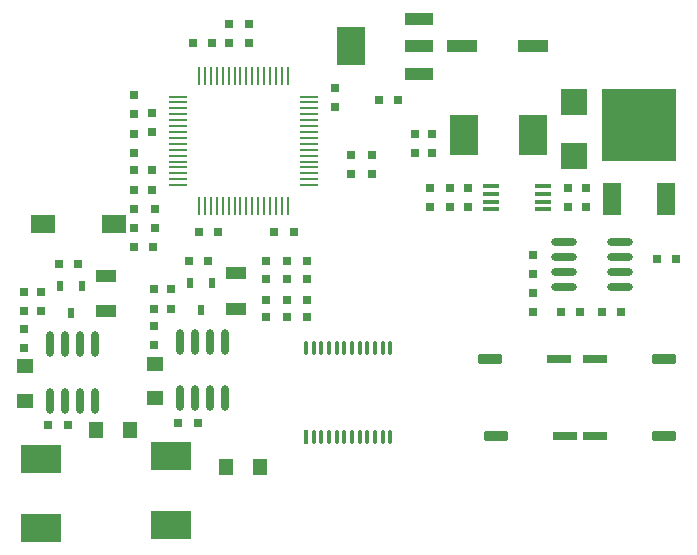
<source format=gtp>
G04 Layer_Color=8421504*
%FSLAX44Y44*%
%MOMM*%
G71*
G01*
G75*
%ADD10R,0.7112X0.7620*%
%ADD11R,0.7620X0.7112*%
%ADD12O,0.2500X1.5500*%
%ADD13O,1.5500X0.2500*%
%ADD14R,2.5000X1.0000*%
%ADD15R,2.4000X1.0000*%
%ADD16R,2.4000X3.3000*%
%ADD17R,2.3000X2.3000*%
%ADD18R,6.3000X6.1000*%
%ADD19R,1.5000X2.8000*%
%ADD20O,2.2000X0.6000*%
%ADD21R,2.1000X0.8000*%
G04:AMPARAMS|DCode=22|XSize=2.1mm|YSize=0.8mm|CornerRadius=0.2mm|HoleSize=0mm|Usage=FLASHONLY|Rotation=0.000|XOffset=0mm|YOffset=0mm|HoleType=Round|Shape=RoundedRectangle|*
%AMROUNDEDRECTD22*
21,1,2.1000,0.4000,0,0,0.0*
21,1,1.7000,0.8000,0,0,0.0*
1,1,0.4000,0.8500,-0.2000*
1,1,0.4000,-0.8500,-0.2000*
1,1,0.4000,-0.8500,0.2000*
1,1,0.4000,0.8500,0.2000*
%
%ADD22ROUNDEDRECTD22*%
%ADD23R,1.4500X0.4500*%
%ADD24R,0.3000X1.2000*%
%ADD25O,0.3000X1.2000*%
%ADD26R,0.8000X0.8000*%
%ADD27R,0.8000X0.8000*%
%ADD28R,1.7000X1.1000*%
%ADD29R,0.6000X0.9000*%
%ADD30O,0.6000X2.2000*%
%ADD31R,1.4000X1.3000*%
%ADD32R,1.3000X1.4000*%
%ADD33R,3.4290X2.4130*%
%ADD34R,2.0000X1.6000*%
%ADD35R,2.4130X3.4290*%
D10*
X147500Y250000D02*
D03*
X163700D02*
D03*
X213700Y422500D02*
D03*
X197500D02*
D03*
X590000Y240000D02*
D03*
X606200D02*
D03*
X508800Y195000D02*
D03*
X525000D02*
D03*
X543800D02*
D03*
X560000D02*
D03*
X371200Y375000D02*
D03*
X355000D02*
D03*
X266300Y262500D02*
D03*
X282500D02*
D03*
X202500D02*
D03*
X218700D02*
D03*
X193950Y238000D02*
D03*
X210150D02*
D03*
X83950Y236000D02*
D03*
X100150D02*
D03*
X201150Y101000D02*
D03*
X184950D02*
D03*
X91150Y99000D02*
D03*
X74950D02*
D03*
D11*
X165000Y266300D02*
D03*
Y282500D02*
D03*
X147500D02*
D03*
Y266300D02*
D03*
X162500Y298800D02*
D03*
Y315000D02*
D03*
X147500Y298800D02*
D03*
Y315000D02*
D03*
X147500Y330000D02*
D03*
Y346200D02*
D03*
X162500Y347500D02*
D03*
Y363700D02*
D03*
X147500Y378700D02*
D03*
Y362500D02*
D03*
X530000Y300000D02*
D03*
Y283800D02*
D03*
X515000D02*
D03*
Y300000D02*
D03*
X485000Y211200D02*
D03*
Y195000D02*
D03*
X485000Y243200D02*
D03*
Y227000D02*
D03*
X400000Y346200D02*
D03*
Y330000D02*
D03*
X385000Y346200D02*
D03*
Y330000D02*
D03*
X317500Y368800D02*
D03*
Y385000D02*
D03*
X430000Y300000D02*
D03*
Y283800D02*
D03*
X415000D02*
D03*
Y300000D02*
D03*
X398000Y300200D02*
D03*
Y284000D02*
D03*
X178950Y198000D02*
D03*
Y214200D02*
D03*
X163950D02*
D03*
Y198000D02*
D03*
Y166800D02*
D03*
Y183000D02*
D03*
X68950Y196000D02*
D03*
Y212200D02*
D03*
X53950D02*
D03*
Y196000D02*
D03*
Y164800D02*
D03*
Y181000D02*
D03*
X227500Y422500D02*
D03*
Y438700D02*
D03*
X245000D02*
D03*
Y422500D02*
D03*
X349000Y312000D02*
D03*
Y328200D02*
D03*
X331500Y312000D02*
D03*
Y328200D02*
D03*
D12*
X202500Y395250D02*
D03*
X207500D02*
D03*
X212500D02*
D03*
X217500D02*
D03*
X222500D02*
D03*
X227500D02*
D03*
X232500D02*
D03*
X237500D02*
D03*
X242500D02*
D03*
X247500D02*
D03*
X252500D02*
D03*
X257500D02*
D03*
X262500D02*
D03*
X267500D02*
D03*
X272500D02*
D03*
X277500D02*
D03*
Y284750D02*
D03*
X272500D02*
D03*
X267500D02*
D03*
X262500D02*
D03*
X257500D02*
D03*
X252500D02*
D03*
X247500D02*
D03*
X242500D02*
D03*
X237500D02*
D03*
X232500D02*
D03*
X227500D02*
D03*
X222500D02*
D03*
X217500D02*
D03*
X212500D02*
D03*
X207500D02*
D03*
X202500D02*
D03*
D13*
X295250Y377500D02*
D03*
Y372500D02*
D03*
Y367500D02*
D03*
Y362500D02*
D03*
Y357500D02*
D03*
Y352500D02*
D03*
Y347500D02*
D03*
Y342500D02*
D03*
Y337500D02*
D03*
Y332500D02*
D03*
Y327500D02*
D03*
Y322500D02*
D03*
Y317500D02*
D03*
Y312500D02*
D03*
Y307500D02*
D03*
Y302500D02*
D03*
X184750D02*
D03*
Y307500D02*
D03*
Y312500D02*
D03*
Y317500D02*
D03*
Y322500D02*
D03*
Y327500D02*
D03*
Y332500D02*
D03*
Y337500D02*
D03*
Y342500D02*
D03*
Y347500D02*
D03*
Y352500D02*
D03*
Y357500D02*
D03*
Y362500D02*
D03*
Y367500D02*
D03*
Y372500D02*
D03*
Y377500D02*
D03*
D14*
X425000Y420000D02*
D03*
X485000D02*
D03*
D15*
X389000Y397000D02*
D03*
Y420000D02*
D03*
Y443000D02*
D03*
D16*
X331000Y420000D02*
D03*
D17*
X520000Y372500D02*
D03*
Y327500D02*
D03*
D18*
X575000Y353000D02*
D03*
D19*
X597800Y290500D02*
D03*
X552200D02*
D03*
D20*
X511000Y254050D02*
D03*
Y241350D02*
D03*
Y228650D02*
D03*
Y215950D02*
D03*
X559000Y254050D02*
D03*
Y241350D02*
D03*
Y228650D02*
D03*
Y215950D02*
D03*
D21*
X538000Y155000D02*
D03*
X512000Y90000D02*
D03*
X538000D02*
D03*
X507000Y155000D02*
D03*
D22*
X596000D02*
D03*
X454000Y90000D02*
D03*
X596000D02*
D03*
X449000Y155000D02*
D03*
D23*
X450000Y301500D02*
D03*
Y295000D02*
D03*
Y288500D02*
D03*
Y282000D02*
D03*
X494000D02*
D03*
Y288500D02*
D03*
Y295000D02*
D03*
Y301500D02*
D03*
D24*
X293000Y89000D02*
D03*
D25*
X299500D02*
D03*
X306000D02*
D03*
X312500D02*
D03*
X319000D02*
D03*
X325500D02*
D03*
X332000D02*
D03*
X338500D02*
D03*
X345000D02*
D03*
X351500D02*
D03*
X358000D02*
D03*
X364500D02*
D03*
X293000Y165000D02*
D03*
X299500D02*
D03*
X306000D02*
D03*
X312500D02*
D03*
X319000D02*
D03*
X325500D02*
D03*
X332000D02*
D03*
X338500D02*
D03*
X345000D02*
D03*
X351500D02*
D03*
X358000D02*
D03*
X364500D02*
D03*
D26*
X294000Y238000D02*
D03*
Y223000D02*
D03*
X276500Y238000D02*
D03*
Y223000D02*
D03*
X259000Y238000D02*
D03*
Y223000D02*
D03*
D27*
X294000Y190500D02*
D03*
Y205500D02*
D03*
X276500Y190500D02*
D03*
Y205500D02*
D03*
X259000Y190500D02*
D03*
Y205500D02*
D03*
D28*
X233950Y227986D02*
D03*
Y198014D02*
D03*
X123950Y225986D02*
D03*
Y196014D02*
D03*
D29*
X213450Y219500D02*
D03*
X194450D02*
D03*
X203950Y196500D02*
D03*
X103450Y217500D02*
D03*
X84450D02*
D03*
X93950Y194500D02*
D03*
D30*
X185900Y122000D02*
D03*
X198600D02*
D03*
X211300D02*
D03*
X224000D02*
D03*
X185900Y170000D02*
D03*
X198600D02*
D03*
X211300D02*
D03*
X224000D02*
D03*
X75900Y120000D02*
D03*
X88600D02*
D03*
X101300D02*
D03*
X114000D02*
D03*
X75900Y168000D02*
D03*
X88600D02*
D03*
X101300D02*
D03*
X114000D02*
D03*
D31*
X54950Y120000D02*
D03*
Y149000D02*
D03*
X164950Y122000D02*
D03*
Y151000D02*
D03*
D32*
X225000Y64000D02*
D03*
X254000D02*
D03*
X115000Y95000D02*
D03*
X144000D02*
D03*
D33*
X178950Y73000D02*
D03*
Y14610D02*
D03*
X68950Y71000D02*
D03*
Y12610D02*
D03*
D34*
X130000Y270000D02*
D03*
X70000D02*
D03*
D35*
X485000Y345000D02*
D03*
X426610D02*
D03*
M02*

</source>
